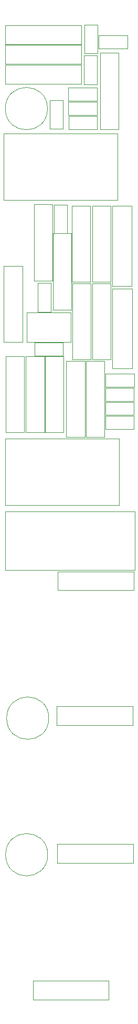
<source format=gbr>
%TF.GenerationSoftware,KiCad,Pcbnew,(5.1.9)-1*%
%TF.CreationDate,2021-09-21T18:31:50+01:00*%
%TF.ProjectId,Kosmo Noise,4b6f736d-6f20-44e6-9f69-73652e6b6963,rev?*%
%TF.SameCoordinates,Original*%
%TF.FileFunction,Other,User*%
%FSLAX46Y46*%
G04 Gerber Fmt 4.6, Leading zero omitted, Abs format (unit mm)*
G04 Created by KiCad (PCBNEW (5.1.9)-1) date 2021-09-21 18:31:50*
%MOMM*%
%LPD*%
G01*
G04 APERTURE LIST*
%ADD10C,0.050000*%
G04 APERTURE END LIST*
D10*
%TO.C,C1*%
X34764000Y-63915000D02*
X34764000Y-61815000D01*
X34764000Y-61815000D02*
X39364000Y-61815000D01*
X39364000Y-61815000D02*
X39364000Y-63915000D01*
X39364000Y-63915000D02*
X34764000Y-63915000D01*
%TO.C,c1*%
X25371000Y-19260500D02*
G75*
G03*
X25371000Y-19260500I-3400000J0D01*
G01*
%TO.C,C2*%
X23310500Y-56798500D02*
X27910500Y-56798500D01*
X23310500Y-58898500D02*
X23310500Y-56798500D01*
X27910500Y-58898500D02*
X23310500Y-58898500D01*
X27910500Y-56798500D02*
X27910500Y-58898500D01*
%TO.C,C3*%
X28795000Y-22576500D02*
X28795000Y-20476500D01*
X28795000Y-20476500D02*
X33395000Y-20476500D01*
X33395000Y-20476500D02*
X33395000Y-22576500D01*
X33395000Y-22576500D02*
X28795000Y-22576500D01*
%TO.C,C4*%
X25942000Y-47250000D02*
X25942000Y-51850000D01*
X23842000Y-47250000D02*
X25942000Y-47250000D01*
X23842000Y-51850000D02*
X23842000Y-47250000D01*
X25942000Y-51850000D02*
X23842000Y-51850000D01*
%TO.C,C5*%
X33331500Y-20290500D02*
X28731500Y-20290500D01*
X33331500Y-18190500D02*
X33331500Y-20290500D01*
X28731500Y-18190500D02*
X33331500Y-18190500D01*
X28731500Y-20290500D02*
X28731500Y-18190500D01*
%TO.C,C6*%
X33331500Y-18004500D02*
X28731500Y-18004500D01*
X33331500Y-15904500D02*
X33331500Y-18004500D01*
X28731500Y-15904500D02*
X33331500Y-15904500D01*
X28731500Y-18004500D02*
X28731500Y-15904500D01*
%TO.C,C7*%
X31271500Y-10761000D02*
X33371500Y-10761000D01*
X33371500Y-10761000D02*
X33371500Y-15361000D01*
X33371500Y-15361000D02*
X31271500Y-15361000D01*
X31271500Y-15361000D02*
X31271500Y-10761000D01*
%TO.C,C8*%
X33661000Y-7522500D02*
X38261000Y-7522500D01*
X33661000Y-9622500D02*
X33661000Y-7522500D01*
X38261000Y-9622500D02*
X33661000Y-9622500D01*
X38261000Y-7522500D02*
X38261000Y-9622500D01*
%TO.C,C9*%
X33435000Y-10384500D02*
X31335000Y-10384500D01*
X31335000Y-10384500D02*
X31335000Y-5784500D01*
X31335000Y-5784500D02*
X33435000Y-5784500D01*
X33435000Y-5784500D02*
X33435000Y-10384500D01*
%TO.C,C10*%
X39340500Y-64101000D02*
X39340500Y-66201000D01*
X39340500Y-66201000D02*
X34740500Y-66201000D01*
X34740500Y-66201000D02*
X34740500Y-64101000D01*
X34740500Y-64101000D02*
X39340500Y-64101000D01*
%TO.C,C17*%
X25414500Y-138938000D02*
G75*
G03*
X25414500Y-138938000I-3400000J0D01*
G01*
%TO.C,C18*%
X25581500Y-117030500D02*
G75*
G03*
X25581500Y-117030500I-3400000J0D01*
G01*
%TO.C,C21*%
X28545500Y-34677000D02*
X28545500Y-39277000D01*
X26445500Y-34677000D02*
X28545500Y-34677000D01*
X26445500Y-39277000D02*
X26445500Y-34677000D01*
X28545500Y-39277000D02*
X26445500Y-39277000D01*
%TO.C,C22*%
X25747000Y-22536500D02*
X25747000Y-17936500D01*
X27847000Y-22536500D02*
X25747000Y-22536500D01*
X27847000Y-17936500D02*
X27847000Y-22536500D01*
X25747000Y-17936500D02*
X27847000Y-17936500D01*
%TO.C,C23*%
X39340500Y-68546000D02*
X39340500Y-70646000D01*
X39340500Y-70646000D02*
X34740500Y-70646000D01*
X34740500Y-70646000D02*
X34740500Y-68546000D01*
X34740500Y-68546000D02*
X39340500Y-68546000D01*
%TO.C,C24*%
X39340500Y-66323500D02*
X39340500Y-68423500D01*
X39340500Y-68423500D02*
X34740500Y-68423500D01*
X34740500Y-68423500D02*
X34740500Y-66323500D01*
X34740500Y-66323500D02*
X39340500Y-66323500D01*
%TO.C,D1*%
X35801500Y-34845000D02*
X39001500Y-34845000D01*
X39001500Y-34845000D02*
X39001500Y-47705000D01*
X39001500Y-47705000D02*
X35801500Y-47705000D01*
X35801500Y-47705000D02*
X35801500Y-34845000D01*
%TO.C,D2*%
X39065000Y-48116500D02*
X39065000Y-60976500D01*
X35865000Y-48116500D02*
X39065000Y-48116500D01*
X35865000Y-60976500D02*
X35865000Y-48116500D01*
X39065000Y-60976500D02*
X35865000Y-60976500D01*
%TO.C,J6*%
X18589500Y-83902500D02*
X18589500Y-93262500D01*
X39449500Y-83902500D02*
X18589500Y-83902500D01*
X39449500Y-93262500D02*
X39449500Y-83902500D01*
X18589500Y-93262500D02*
X39449500Y-93262500D01*
%TO.C,Q1*%
X29140500Y-51943500D02*
X22040500Y-51943500D01*
X29140500Y-51943500D02*
X29140500Y-56683500D01*
X22040500Y-56683500D02*
X22040500Y-51943500D01*
X22040500Y-56683500D02*
X29140500Y-56683500D01*
%TO.C,R1*%
X32599500Y-47273500D02*
X35599500Y-47273500D01*
X35599500Y-47273500D02*
X35599500Y-59533500D01*
X35599500Y-59533500D02*
X32599500Y-59533500D01*
X32599500Y-59533500D02*
X32599500Y-47273500D01*
%TO.C,R2*%
X32361000Y-47273500D02*
X32361000Y-59533500D01*
X29361000Y-47273500D02*
X32361000Y-47273500D01*
X29361000Y-59533500D02*
X29361000Y-47273500D01*
X32361000Y-59533500D02*
X29361000Y-59533500D01*
%TO.C,R3*%
X34583500Y-59719500D02*
X34583500Y-71979500D01*
X31583500Y-59719500D02*
X34583500Y-59719500D01*
X31583500Y-71979500D02*
X31583500Y-59719500D01*
X34583500Y-71979500D02*
X31583500Y-71979500D01*
%TO.C,R4*%
X31408500Y-71979500D02*
X28408500Y-71979500D01*
X28408500Y-71979500D02*
X28408500Y-59719500D01*
X28408500Y-59719500D02*
X31408500Y-59719500D01*
X31408500Y-59719500D02*
X31408500Y-71979500D01*
%TO.C,R5*%
X18571500Y-12279500D02*
X30831500Y-12279500D01*
X18571500Y-15279500D02*
X18571500Y-12279500D01*
X30831500Y-15279500D02*
X18571500Y-15279500D01*
X30831500Y-12279500D02*
X30831500Y-15279500D01*
%TO.C,R6*%
X21312000Y-56739500D02*
X18312000Y-56739500D01*
X18312000Y-56739500D02*
X18312000Y-44479500D01*
X18312000Y-44479500D02*
X21312000Y-44479500D01*
X21312000Y-44479500D02*
X21312000Y-56739500D01*
%TO.C,R7*%
X18571500Y-9041000D02*
X30831500Y-9041000D01*
X18571500Y-12041000D02*
X18571500Y-9041000D01*
X30831500Y-12041000D02*
X18571500Y-12041000D01*
X30831500Y-9041000D02*
X30831500Y-12041000D01*
%TO.C,R8*%
X26249500Y-51532500D02*
X26249500Y-39272500D01*
X29249500Y-51532500D02*
X26249500Y-51532500D01*
X29249500Y-39272500D02*
X29249500Y-51532500D01*
X26249500Y-39272500D02*
X29249500Y-39272500D01*
%TO.C,R9*%
X29297500Y-34827500D02*
X32297500Y-34827500D01*
X32297500Y-34827500D02*
X32297500Y-47087500D01*
X32297500Y-47087500D02*
X29297500Y-47087500D01*
X29297500Y-47087500D02*
X29297500Y-34827500D01*
%TO.C,R10*%
X30831500Y-5929500D02*
X30831500Y-8929500D01*
X30831500Y-8929500D02*
X18571500Y-8929500D01*
X18571500Y-8929500D02*
X18571500Y-5929500D01*
X18571500Y-5929500D02*
X30831500Y-5929500D01*
%TO.C,R11*%
X32599500Y-47087500D02*
X32599500Y-34827500D01*
X35599500Y-47087500D02*
X32599500Y-47087500D01*
X35599500Y-34827500D02*
X35599500Y-47087500D01*
X32599500Y-34827500D02*
X35599500Y-34827500D01*
%TO.C,R12*%
X23201500Y-34637000D02*
X26201500Y-34637000D01*
X26201500Y-34637000D02*
X26201500Y-46897000D01*
X26201500Y-46897000D02*
X23201500Y-46897000D01*
X23201500Y-46897000D02*
X23201500Y-34637000D01*
%TO.C,R13*%
X36869500Y-10316500D02*
X36869500Y-22576500D01*
X33869500Y-10316500D02*
X36869500Y-10316500D01*
X33869500Y-22576500D02*
X33869500Y-10316500D01*
X36869500Y-22576500D02*
X33869500Y-22576500D01*
%TO.C,R14*%
X21629500Y-71217500D02*
X18629500Y-71217500D01*
X18629500Y-71217500D02*
X18629500Y-58957500D01*
X18629500Y-58957500D02*
X21629500Y-58957500D01*
X21629500Y-58957500D02*
X21629500Y-71217500D01*
%TO.C,R15*%
X27979500Y-58957500D02*
X27979500Y-71217500D01*
X24979500Y-58957500D02*
X27979500Y-58957500D01*
X24979500Y-71217500D02*
X24979500Y-58957500D01*
X27979500Y-71217500D02*
X24979500Y-71217500D01*
%TO.C,R16*%
X24868000Y-71217500D02*
X21868000Y-71217500D01*
X21868000Y-71217500D02*
X21868000Y-58957500D01*
X21868000Y-58957500D02*
X24868000Y-58957500D01*
X24868000Y-58957500D02*
X24868000Y-71217500D01*
%TO.C,R22*%
X26953500Y-140247500D02*
X26953500Y-137247500D01*
X26953500Y-137247500D02*
X39213500Y-137247500D01*
X39213500Y-137247500D02*
X39213500Y-140247500D01*
X39213500Y-140247500D02*
X26953500Y-140247500D01*
%TO.C,R23*%
X39277000Y-96496000D02*
X27017000Y-96496000D01*
X39277000Y-93496000D02*
X39277000Y-96496000D01*
X27017000Y-93496000D02*
X39277000Y-93496000D01*
X27017000Y-96496000D02*
X27017000Y-93496000D01*
%TO.C,R24*%
X35276500Y-162155000D02*
X23016500Y-162155000D01*
X35276500Y-159155000D02*
X35276500Y-162155000D01*
X23016500Y-159155000D02*
X35276500Y-159155000D01*
X23016500Y-162155000D02*
X23016500Y-159155000D01*
%TO.C,R26*%
X26890000Y-118149500D02*
X26890000Y-115149500D01*
X26890000Y-115149500D02*
X39150000Y-115149500D01*
X39150000Y-115149500D02*
X39150000Y-118149500D01*
X39150000Y-118149500D02*
X26890000Y-118149500D01*
%TO.C,U1*%
X36969500Y-82893500D02*
X18519500Y-82893500D01*
X18519500Y-82893500D02*
X18519500Y-72193500D01*
X18519500Y-72193500D02*
X36969500Y-72193500D01*
X36969500Y-72193500D02*
X36969500Y-82893500D01*
%TO.C,U2*%
X36715500Y-23235000D02*
X36715500Y-33935000D01*
X18265500Y-23235000D02*
X36715500Y-23235000D01*
X18265500Y-33935000D02*
X18265500Y-23235000D01*
X36715500Y-33935000D02*
X18265500Y-33935000D01*
%TD*%
M02*

</source>
